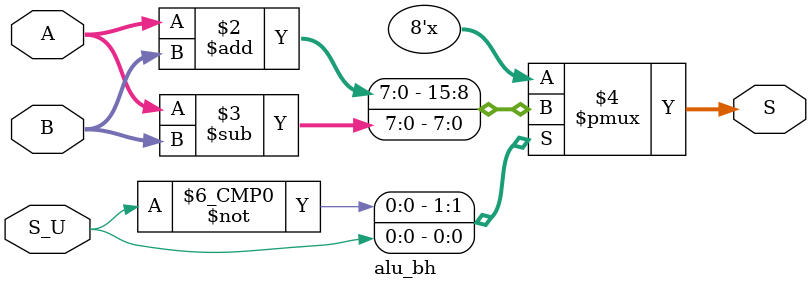
<source format=sv>
module alu_bh (
  // inputs
  input  logic [7:0] A, 
  input  logic [7:0] B,
  input  logic       S_U,
  // outputs
  output logic [7:0] S
);
  // logic
  always_comb begin
    case (S_U)
      0 : S = A + B;
      1 : S = A - B;
    endcase
  end

endmodule

</source>
